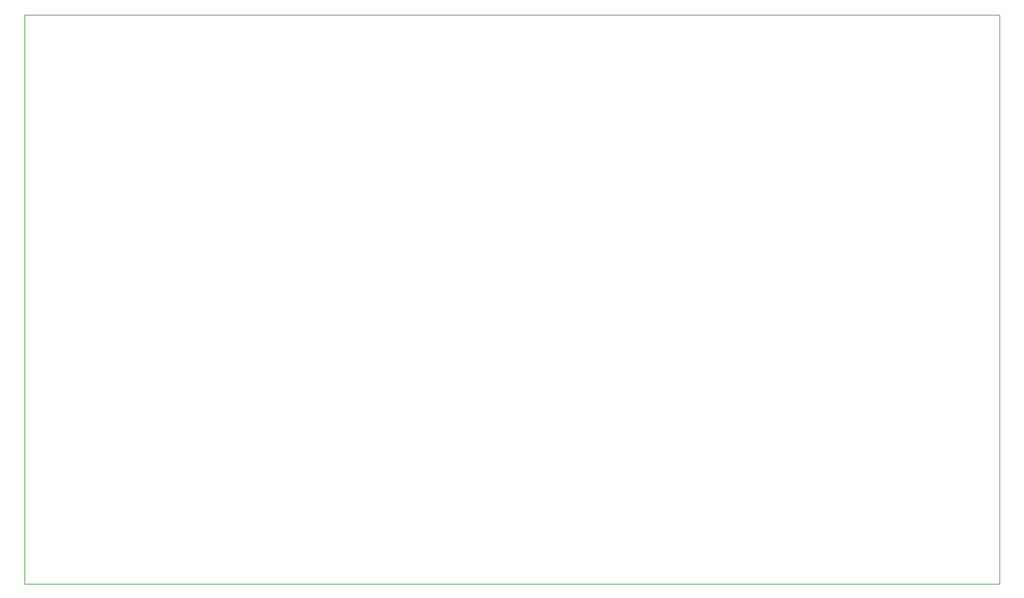
<source format=gbr>
%TF.GenerationSoftware,KiCad,Pcbnew,9.0.6*%
%TF.CreationDate,2025-11-04T19:56:49+01:00*%
%TF.ProjectId,Load_Board,4c6f6164-5f42-46f6-9172-642e6b696361,1.0*%
%TF.SameCoordinates,Original*%
%TF.FileFunction,Profile,NP*%
%FSLAX46Y46*%
G04 Gerber Fmt 4.6, Leading zero omitted, Abs format (unit mm)*
G04 Created by KiCad (PCBNEW 9.0.6) date 2025-11-04 19:56:49*
%MOMM*%
%LPD*%
G01*
G04 APERTURE LIST*
%TA.AperFunction,Profile*%
%ADD10C,0.050000*%
%TD*%
G04 APERTURE END LIST*
D10*
X121707152Y-57440000D02*
X249750000Y-57440000D01*
X249750000Y-132195000D01*
X121707152Y-132195000D01*
X121707152Y-57440000D01*
M02*

</source>
